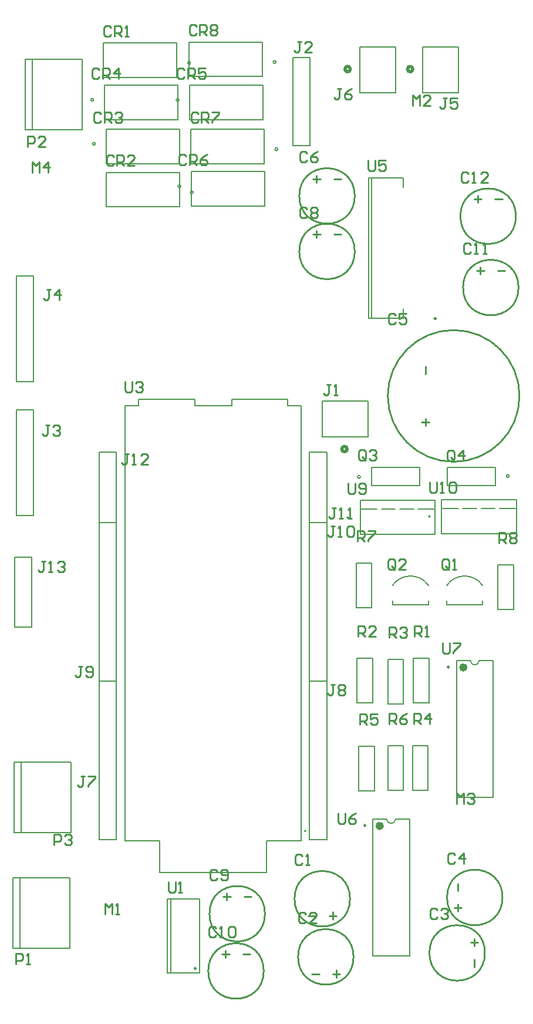
<source format=gbr>
%TF.GenerationSoftware,Altium Limited,Altium Designer,25.8.1 (18)*%
G04 Layer_Color=65535*
%FSLAX45Y45*%
%MOMM*%
%TF.SameCoordinates,412E6415-05C8-40E6-B22C-806341DFC968*%
%TF.FilePolarity,Positive*%
%TF.FileFunction,Legend,Top*%
%TF.Part,Single*%
G01*
G75*
%TA.AperFunction,NonConductor*%
%ADD15C,0.25400*%
%ADD42C,0.20000*%
%ADD43C,0.25000*%
%ADD44C,0.60000*%
%ADD45C,0.15240*%
%ADD46C,0.50800*%
%ADD47C,0.12700*%
D15*
X14081799Y9625600D02*
G03*
X14081799Y9625600I-950000J0D01*
G01*
X11705400Y12509500D02*
G03*
X11705400Y12509500I-400000J0D01*
G01*
X10392500Y1333500D02*
G03*
X10392500Y1333500I-400000J0D01*
G01*
X10410000Y2159000D02*
G03*
X10410000Y2159000I-400000J0D01*
G01*
X14067599Y11188700D02*
G03*
X14067599Y11188700I-400000J0D01*
G01*
X14029500Y12217400D02*
G03*
X14029500Y12217400I-400000J0D01*
G01*
X11705400Y11709400D02*
G03*
X11705400Y11709400I-400000J0D01*
G01*
X11687900Y1536700D02*
G03*
X11687900Y1536700I-400000J0D01*
G01*
X13582600Y1593800D02*
G03*
X13582600Y1593800I-400000J0D01*
G01*
X13836600Y2393900D02*
G03*
X13836600Y2393900I-400000J0D01*
G01*
X11637100Y2374900D02*
G03*
X11637100Y2374900I-400000J0D01*
G01*
X12671792Y9245600D02*
X12776792D01*
X12724292Y9193100D02*
Y9298100D01*
Y9943100D02*
Y10048100D01*
X11402900Y12754500D02*
X11507900D01*
X11102900D02*
X11207900D01*
X11155400Y12702000D02*
Y12807001D01*
X9842500Y1526000D02*
Y1631000D01*
X9790000Y1578500D02*
X9895000D01*
X10090000D02*
X10195000D01*
X9860000Y2351500D02*
Y2456500D01*
X9807500Y2404000D02*
X9912500D01*
X10107500D02*
X10212500D01*
X13517599Y11381200D02*
Y11486200D01*
X13465100Y11433700D02*
X13570100D01*
X13765100D02*
X13870100D01*
X13479500Y12409900D02*
Y12514900D01*
X13427000Y12462400D02*
X13532001D01*
X13727000D02*
X13832001D01*
X11155400Y11901900D02*
Y12006900D01*
X11102900Y11954400D02*
X11207900D01*
X11402900D02*
X11507900D01*
X11085400Y1291700D02*
X11190400D01*
X11385400D02*
X11490400D01*
X11437900Y1239200D02*
Y1344200D01*
X13427600Y1391300D02*
Y1496300D01*
Y1691300D02*
Y1796300D01*
X13375101Y1743800D02*
X13480099D01*
X13191600Y2491400D02*
Y2596400D01*
Y2191400D02*
Y2296400D01*
X13139101Y2243900D02*
X13244099D01*
X11387100Y2077400D02*
Y2182400D01*
X11334600Y2129900D02*
X11439600D01*
X11034600D02*
X11139600D01*
X8392160Y9829751D02*
Y9702792D01*
X8417552Y9677400D01*
X8468335D01*
X8493727Y9702792D01*
Y9829751D01*
X8544511Y9804359D02*
X8569903Y9829751D01*
X8620686D01*
X8646078Y9804359D01*
Y9778967D01*
X8620686Y9753575D01*
X8595294D01*
X8620686D01*
X8646078Y9728183D01*
Y9702792D01*
X8620686Y9677400D01*
X8569903D01*
X8544511Y9702792D01*
X7302508Y9207475D02*
X7251725D01*
X7277117D01*
Y9080517D01*
X7251725Y9055125D01*
X7226333D01*
X7200941Y9080517D01*
X7353292Y9182083D02*
X7378684Y9207475D01*
X7429467D01*
X7454859Y9182083D01*
Y9156692D01*
X7429467Y9131300D01*
X7404075D01*
X7429467D01*
X7454859Y9105908D01*
Y9080517D01*
X7429467Y9055125D01*
X7378684D01*
X7353292Y9080517D01*
X7239029Y7238975D02*
X7188245D01*
X7213637D01*
Y7112017D01*
X7188245Y7086625D01*
X7162854D01*
X7137462Y7112017D01*
X7289812Y7086625D02*
X7340596D01*
X7315204D01*
Y7238975D01*
X7289812Y7213583D01*
X7416771D02*
X7442163Y7238975D01*
X7492947D01*
X7518339Y7213583D01*
Y7188192D01*
X7492947Y7162800D01*
X7467555D01*
X7492947D01*
X7518339Y7137408D01*
Y7112017D01*
X7492947Y7086625D01*
X7442163D01*
X7416771Y7112017D01*
X12296107Y10792419D02*
X12270715Y10817811D01*
X12219932D01*
X12194540Y10792419D01*
Y10690852D01*
X12219932Y10665460D01*
X12270715D01*
X12296107Y10690852D01*
X12448458Y10817811D02*
X12346891D01*
Y10741635D01*
X12397674Y10767027D01*
X12423066D01*
X12448458Y10741635D01*
Y10690852D01*
X12423066Y10665460D01*
X12372283D01*
X12346891Y10690852D01*
X11899900Y13025072D02*
Y12898112D01*
X11925292Y12872720D01*
X11976075D01*
X12001467Y12898112D01*
Y13025072D01*
X12153818D02*
X12052251D01*
Y12948895D01*
X12103034Y12974287D01*
X12128426D01*
X12153818Y12948895D01*
Y12898112D01*
X12128426Y12872720D01*
X12077643D01*
X12052251Y12898112D01*
X12567920Y6154420D02*
Y6306771D01*
X12644095D01*
X12669487Y6281379D01*
Y6230595D01*
X12644095Y6205203D01*
X12567920D01*
X12618703D02*
X12669487Y6154420D01*
X12720271D02*
X12771054D01*
X12745663D01*
Y6306771D01*
X12720271Y6281379D01*
X11018487Y13124139D02*
X10993095Y13149532D01*
X10942312D01*
X10916920Y13124139D01*
Y13022572D01*
X10942312Y12997180D01*
X10993095D01*
X11018487Y13022572D01*
X11170838Y13149532D02*
X11120054Y13124139D01*
X11069271Y13073355D01*
Y13022572D01*
X11094663Y12997180D01*
X11145446D01*
X11170838Y13022572D01*
Y13047963D01*
X11145446Y13073355D01*
X11069271D01*
X11468141Y3606775D02*
Y3479817D01*
X11493533Y3454425D01*
X11544317D01*
X11569708Y3479817D01*
Y3606775D01*
X11722059D02*
X11671275Y3581383D01*
X11620492Y3530600D01*
Y3479817D01*
X11645884Y3454425D01*
X11696667D01*
X11722059Y3479817D01*
Y3505208D01*
X11696667Y3530600D01*
X11620492D01*
X9707847Y1948139D02*
X9682455Y1973531D01*
X9631672D01*
X9606280Y1948139D01*
Y1846572D01*
X9631672Y1821180D01*
X9682455D01*
X9707847Y1846572D01*
X9758631Y1821180D02*
X9809414D01*
X9784023D01*
Y1973531D01*
X9758631Y1948139D01*
X9885590D02*
X9910981Y1973531D01*
X9961765D01*
X9987157Y1948139D01*
Y1846572D01*
X9961765Y1821180D01*
X9910981D01*
X9885590Y1846572D01*
Y1948139D01*
X9723087Y2773639D02*
X9697695Y2799031D01*
X9646912D01*
X9621520Y2773639D01*
Y2672072D01*
X9646912Y2646680D01*
X9697695D01*
X9723087Y2672072D01*
X9773871D02*
X9799263Y2646680D01*
X9850046D01*
X9875438Y2672072D01*
Y2773639D01*
X9850046Y2799031D01*
X9799263D01*
X9773871Y2773639D01*
Y2748247D01*
X9799263Y2722855D01*
X9875438D01*
X13380687Y11803339D02*
X13355295Y11828731D01*
X13304512D01*
X13279120Y11803339D01*
Y11701772D01*
X13304512Y11676380D01*
X13355295D01*
X13380687Y11701772D01*
X13431471Y11676380D02*
X13482254D01*
X13456863D01*
Y11828731D01*
X13431471Y11803339D01*
X13558430Y11676380D02*
X13609213D01*
X13583821D01*
Y11828731D01*
X13558430Y11803339D01*
X13342587Y12832039D02*
X13317195Y12857431D01*
X13266412D01*
X13241020Y12832039D01*
Y12730472D01*
X13266412Y12705080D01*
X13317195D01*
X13342587Y12730472D01*
X13393372Y12705080D02*
X13444154D01*
X13418764D01*
Y12857431D01*
X13393372Y12832039D01*
X13621896Y12705080D02*
X13520329D01*
X13621896Y12806647D01*
Y12832039D01*
X13596506Y12857431D01*
X13545721D01*
X13520329Y12832039D01*
X12974319Y6068011D02*
Y5941052D01*
X12999712Y5915660D01*
X13050494D01*
X13075887Y5941052D01*
Y6068011D01*
X13126671D02*
X13228238D01*
Y6042619D01*
X13126671Y5941052D01*
Y5915660D01*
X12555220Y4897120D02*
Y5049471D01*
X12631395D01*
X12656787Y5024079D01*
Y4973295D01*
X12631395Y4947903D01*
X12555220D01*
X12606003D02*
X12656787Y4897120D01*
X12783746D02*
Y5049471D01*
X12707571Y4973295D01*
X12809138D01*
X11780520Y4884420D02*
Y5036771D01*
X11856695D01*
X11882087Y5011379D01*
Y4960595D01*
X11856695Y4935203D01*
X11780520D01*
X11831303D02*
X11882087Y4884420D01*
X12034438Y5036771D02*
X11932871D01*
Y4960595D01*
X11983654Y4985987D01*
X12009046D01*
X12034438Y4960595D01*
Y4909812D01*
X12009046Y4884420D01*
X11958263D01*
X11932871Y4909812D01*
X11755120Y6154420D02*
Y6306771D01*
X11831295D01*
X11856687Y6281379D01*
Y6230595D01*
X11831295Y6205203D01*
X11755120D01*
X11805903D02*
X11856687Y6154420D01*
X12009038D02*
X11907471D01*
X12009038Y6255987D01*
Y6281379D01*
X11983646Y6306771D01*
X11932863D01*
X11907471Y6281379D01*
X12199620Y6141720D02*
Y6294071D01*
X12275795D01*
X12301187Y6268679D01*
Y6217895D01*
X12275795Y6192503D01*
X12199620D01*
X12250403D02*
X12301187Y6141720D01*
X12351971Y6268679D02*
X12377363Y6294071D01*
X12428146D01*
X12453538Y6268679D01*
Y6243287D01*
X12428146Y6217895D01*
X12402754D01*
X12428146D01*
X12453538Y6192503D01*
Y6167112D01*
X12428146Y6141720D01*
X12377363D01*
X12351971Y6167112D01*
X11610340Y8366711D02*
Y8239752D01*
X11635732Y8214360D01*
X11686515D01*
X11711907Y8239752D01*
Y8366711D01*
X11762691Y8239752D02*
X11788083Y8214360D01*
X11838866D01*
X11864258Y8239752D01*
Y8341319D01*
X11838866Y8366711D01*
X11788083D01*
X11762691Y8341319D01*
Y8315927D01*
X11788083Y8290535D01*
X11864258D01*
X12199620Y4897120D02*
Y5049471D01*
X12275795D01*
X12301187Y5024079D01*
Y4973295D01*
X12275795Y4947903D01*
X12199620D01*
X12250403D02*
X12301187Y4897120D01*
X12453538Y5049471D02*
X12402754Y5024079D01*
X12351971Y4973295D01*
Y4922512D01*
X12377363Y4897120D01*
X12428146D01*
X12453538Y4922512D01*
Y4947903D01*
X12428146Y4973295D01*
X12351971D01*
X12786360Y8381951D02*
Y8254992D01*
X12811752Y8229600D01*
X12862535D01*
X12887927Y8254992D01*
Y8381951D01*
X12938712Y8229600D02*
X12989494D01*
X12964104D01*
Y8381951D01*
X12938712Y8356559D01*
X13065669D02*
X13091061Y8381951D01*
X13141846D01*
X13167236Y8356559D01*
Y8254992D01*
X13141846Y8229600D01*
X13091061D01*
X13065669Y8254992D01*
Y8356559D01*
X13065727Y7150092D02*
Y7251659D01*
X13040335Y7277051D01*
X12989552D01*
X12964160Y7251659D01*
Y7150092D01*
X12989552Y7124700D01*
X13040335D01*
X13014943Y7175483D02*
X13065727Y7124700D01*
X13040335D02*
X13065727Y7150092D01*
X13116512Y7124700D02*
X13167294D01*
X13141904D01*
Y7277051D01*
X13116512Y7251659D01*
X12283407Y7150092D02*
Y7251659D01*
X12258015Y7277051D01*
X12207232D01*
X12181840Y7251659D01*
Y7150092D01*
X12207232Y7124700D01*
X12258015D01*
X12232623Y7175483D02*
X12283407Y7124700D01*
X12258015D02*
X12283407Y7150092D01*
X12435758Y7124700D02*
X12334191D01*
X12435758Y7226267D01*
Y7251659D01*
X12410366Y7277051D01*
X12359583D01*
X12334191Y7251659D01*
X11866847Y8719812D02*
Y8821379D01*
X11841455Y8846771D01*
X11790672D01*
X11765280Y8821379D01*
Y8719812D01*
X11790672Y8694420D01*
X11841455D01*
X11816063Y8745203D02*
X11866847Y8694420D01*
X11841455D02*
X11866847Y8719812D01*
X11917631Y8821379D02*
X11943023Y8846771D01*
X11993806D01*
X12019198Y8821379D01*
Y8795987D01*
X11993806Y8770595D01*
X11968414D01*
X11993806D01*
X12019198Y8745203D01*
Y8719812D01*
X11993806Y8694420D01*
X11943023D01*
X11917631Y8719812D01*
X13141927Y8717272D02*
Y8818839D01*
X13116534Y8844231D01*
X13065752D01*
X13040359Y8818839D01*
Y8717272D01*
X13065752Y8691880D01*
X13116534D01*
X13091142Y8742663D02*
X13141927Y8691880D01*
X13116534D02*
X13141927Y8717272D01*
X13268886Y8691880D02*
Y8844231D01*
X13192711Y8768055D01*
X13294278D01*
X13787120Y7500620D02*
Y7652971D01*
X13863295D01*
X13888687Y7627579D01*
Y7576795D01*
X13863295Y7551403D01*
X13787120D01*
X13837903D02*
X13888687Y7500620D01*
X13939471Y7627579D02*
X13964864Y7652971D01*
X14015646D01*
X14041039Y7627579D01*
Y7602187D01*
X14015646Y7576795D01*
X14041039Y7551403D01*
Y7526012D01*
X14015646Y7500620D01*
X13964864D01*
X13939471Y7526012D01*
Y7551403D01*
X13964864Y7576795D01*
X13939471Y7602187D01*
Y7627579D01*
X13964864Y7576795D02*
X14015646D01*
X11742420Y7526020D02*
Y7678371D01*
X11818595D01*
X11843987Y7652979D01*
Y7602195D01*
X11818595Y7576803D01*
X11742420D01*
X11793203D02*
X11843987Y7526020D01*
X11894771Y7678371D02*
X11996338D01*
Y7652979D01*
X11894771Y7551412D01*
Y7526020D01*
X11018487Y12324039D02*
X10993095Y12349431D01*
X10942312D01*
X10916920Y12324039D01*
Y12222472D01*
X10942312Y12197080D01*
X10993095D01*
X11018487Y12222472D01*
X11069271Y12324039D02*
X11094663Y12349431D01*
X11145446D01*
X11170838Y12324039D01*
Y12298647D01*
X11145446Y12273255D01*
X11170838Y12247863D01*
Y12222472D01*
X11145446Y12197080D01*
X11094663D01*
X11069271Y12222472D01*
Y12247863D01*
X11094663Y12273255D01*
X11069271Y12298647D01*
Y12324039D01*
X11094663Y12273255D02*
X11145446D01*
X9248107Y14325558D02*
X9222715Y14350951D01*
X9171932D01*
X9146540Y14325558D01*
Y14223991D01*
X9171932Y14198599D01*
X9222715D01*
X9248107Y14223991D01*
X9298891Y14198599D02*
Y14350951D01*
X9375066D01*
X9400458Y14325558D01*
Y14274776D01*
X9375066Y14249384D01*
X9298891D01*
X9349674D02*
X9400458Y14198599D01*
X9552809Y14350951D02*
X9451241D01*
Y14274776D01*
X9502025Y14300166D01*
X9527417D01*
X9552809Y14274776D01*
Y14223991D01*
X9527417Y14198599D01*
X9476633D01*
X9451241Y14223991D01*
X9273507Y13080959D02*
X9248115Y13106351D01*
X9197332D01*
X9171940Y13080959D01*
Y12979391D01*
X9197332Y12953999D01*
X9248115D01*
X9273507Y12979391D01*
X9324291Y12953999D02*
Y13106351D01*
X9400466D01*
X9425858Y13080959D01*
Y13030174D01*
X9400466Y13004784D01*
X9324291D01*
X9375074D02*
X9425858Y12953999D01*
X9578209Y13106351D02*
X9527425Y13080959D01*
X9476641Y13030174D01*
Y12979391D01*
X9502033Y12953999D01*
X9552817D01*
X9578209Y12979391D01*
Y13004784D01*
X9552817Y13030174D01*
X9476641D01*
X9446227Y13690559D02*
X9420835Y13715952D01*
X9370052D01*
X9344660Y13690559D01*
Y13588992D01*
X9370052Y13563600D01*
X9420835D01*
X9446227Y13588992D01*
X9497011Y13563600D02*
Y13715952D01*
X9573186D01*
X9598578Y13690559D01*
Y13639775D01*
X9573186Y13614383D01*
X9497011D01*
X9547794D02*
X9598578Y13563600D01*
X9649361Y13715952D02*
X9750929D01*
Y13690559D01*
X9649361Y13588992D01*
Y13563600D01*
X9420827Y14950398D02*
X9395435Y14975790D01*
X9344652D01*
X9319260Y14950398D01*
Y14848833D01*
X9344652Y14823441D01*
X9395435D01*
X9420827Y14848833D01*
X9471611Y14823441D02*
Y14975790D01*
X9547786D01*
X9573178Y14950398D01*
Y14899615D01*
X9547786Y14874223D01*
X9471611D01*
X9522394D02*
X9573178Y14823441D01*
X9623961Y14950398D02*
X9649353Y14975790D01*
X9700137D01*
X9725529Y14950398D01*
Y14925008D01*
X9700137Y14899615D01*
X9725529Y14874223D01*
Y14848833D01*
X9700137Y14823441D01*
X9649353D01*
X9623961Y14848833D01*
Y14874223D01*
X9649353Y14899615D01*
X9623961Y14925008D01*
Y14950398D01*
X9649353Y14899615D02*
X9700137D01*
X7810508Y4140175D02*
X7759725D01*
X7785117D01*
Y4013217D01*
X7759725Y3987825D01*
X7734333D01*
X7708941Y4013217D01*
X7861292Y4140175D02*
X7962859D01*
Y4114783D01*
X7861292Y4013217D01*
Y3987825D01*
X11430021Y8013675D02*
X11379237D01*
X11404629D01*
Y7886717D01*
X11379237Y7861325D01*
X11353845D01*
X11328454Y7886717D01*
X11480804Y7861325D02*
X11531588D01*
X11506196D01*
Y8013675D01*
X11480804Y7988283D01*
X11607763Y7861325D02*
X11658547D01*
X11633155D01*
Y8013675D01*
X11607763Y7988283D01*
X9014460Y2616151D02*
Y2489192D01*
X9039852Y2463800D01*
X9090635D01*
X9116027Y2489192D01*
Y2616151D01*
X9166811Y2463800D02*
X9217594D01*
X9192203D01*
Y2616151D01*
X9166811Y2590759D01*
X11003247Y2151339D02*
X10977855Y2176731D01*
X10927072D01*
X10901680Y2151339D01*
Y2049772D01*
X10927072Y2024380D01*
X10977855D01*
X11003247Y2049772D01*
X11155598Y2024380D02*
X11054031D01*
X11155598Y2125947D01*
Y2151339D01*
X11130206Y2176731D01*
X11079423D01*
X11054031Y2151339D01*
X12898087Y2209759D02*
X12872694Y2235151D01*
X12821912D01*
X12796520Y2209759D01*
Y2108192D01*
X12821912Y2082800D01*
X12872694D01*
X12898087Y2108192D01*
X12948871Y2209759D02*
X12974263Y2235151D01*
X13025046D01*
X13050438Y2209759D01*
Y2184367D01*
X13025046Y2158975D01*
X12999654D01*
X13025046D01*
X13050438Y2133583D01*
Y2108192D01*
X13025046Y2082800D01*
X12974263D01*
X12948871Y2108192D01*
X8041607Y13690559D02*
X8016215Y13715952D01*
X7965432D01*
X7940040Y13690559D01*
Y13588992D01*
X7965432Y13563600D01*
X8016215D01*
X8041607Y13588992D01*
X8092391Y13563600D02*
Y13715952D01*
X8168566D01*
X8193958Y13690559D01*
Y13639775D01*
X8168566Y13614383D01*
X8092391D01*
X8143174D02*
X8193958Y13563600D01*
X8244741Y13690559D02*
X8270133Y13715952D01*
X8320917D01*
X8346309Y13690559D01*
Y13665167D01*
X8320917Y13639775D01*
X8295525D01*
X8320917D01*
X8346309Y13614383D01*
Y13588992D01*
X8320917Y13563600D01*
X8270133D01*
X8244741Y13588992D01*
X8016207Y14325558D02*
X7990815Y14350951D01*
X7940032D01*
X7914640Y14325558D01*
Y14223991D01*
X7940032Y14198599D01*
X7990815D01*
X8016207Y14223991D01*
X8066991Y14198599D02*
Y14350951D01*
X8143166D01*
X8168558Y14325558D01*
Y14274776D01*
X8143166Y14249384D01*
X8066991D01*
X8117774D02*
X8168558Y14198599D01*
X8295517D02*
Y14350951D01*
X8219341Y14274776D01*
X8320909D01*
X6985041Y13220724D02*
Y13373074D01*
X7061217D01*
X7086608Y13347684D01*
Y13296899D01*
X7061217Y13271507D01*
X6985041D01*
X7238959Y13220724D02*
X7137392D01*
X7238959Y13322292D01*
Y13347684D01*
X7213567Y13373074D01*
X7162784D01*
X7137392Y13347684D01*
X11353767Y9791651D02*
X11302983D01*
X11328375D01*
Y9664692D01*
X11302983Y9639300D01*
X11277592D01*
X11252200Y9664692D01*
X11404551Y9639300D02*
X11455334D01*
X11429943D01*
Y9791651D01*
X11404551Y9766259D01*
X10929587Y14737032D02*
X10878803D01*
X10904195D01*
Y14610072D01*
X10878803Y14584680D01*
X10853412D01*
X10828020Y14610072D01*
X11081938Y14584680D02*
X10980371D01*
X11081938Y14686247D01*
Y14711639D01*
X11056546Y14737032D01*
X11005763D01*
X10980371Y14711639D01*
X7772408Y5727675D02*
X7721625D01*
X7747017D01*
Y5600717D01*
X7721625Y5575325D01*
X7696233D01*
X7670841Y5600717D01*
X7823192D02*
X7848584Y5575325D01*
X7899367D01*
X7924759Y5600717D01*
Y5702283D01*
X7899367Y5727675D01*
X7848584D01*
X7823192Y5702283D01*
Y5676892D01*
X7848584Y5651500D01*
X7924759D01*
X8445529Y8788375D02*
X8394745D01*
X8420137D01*
Y8661417D01*
X8394745Y8636025D01*
X8369354D01*
X8343962Y8661417D01*
X8496312Y8636025D02*
X8547096D01*
X8521704D01*
Y8788375D01*
X8496312Y8762983D01*
X8724839Y8636025D02*
X8623271D01*
X8724839Y8737592D01*
Y8762983D01*
X8699447Y8788375D01*
X8648663D01*
X8623271Y8762983D01*
X7315208Y11163275D02*
X7264425D01*
X7289817D01*
Y11036317D01*
X7264425Y11010925D01*
X7239033D01*
X7213641Y11036317D01*
X7442167Y11010925D02*
Y11163275D01*
X7365992Y11087100D01*
X7467559D01*
X11417308Y5460975D02*
X11366525D01*
X11391917D01*
Y5334017D01*
X11366525Y5308625D01*
X11341133D01*
X11315741Y5334017D01*
X11468092Y5435583D02*
X11493484Y5460975D01*
X11544267D01*
X11569659Y5435583D01*
Y5410192D01*
X11544267Y5384800D01*
X11569659Y5359408D01*
Y5334017D01*
X11544267Y5308625D01*
X11493484D01*
X11468092Y5334017D01*
Y5359408D01*
X11493484Y5384800D01*
X11468092Y5410192D01*
Y5435583D01*
X11493484Y5384800D02*
X11544267D01*
X11417329Y7746975D02*
X11366545D01*
X11391937D01*
Y7620017D01*
X11366545Y7594625D01*
X11341154D01*
X11315762Y7620017D01*
X11468112Y7594625D02*
X11518896D01*
X11493504D01*
Y7746975D01*
X11468112Y7721583D01*
X11595071D02*
X11620463Y7746975D01*
X11671247D01*
X11696639Y7721583D01*
Y7620017D01*
X11671247Y7594625D01*
X11620463D01*
X11595071Y7620017D01*
Y7721583D01*
X13152087Y3009859D02*
X13126695Y3035251D01*
X13075912D01*
X13050520Y3009859D01*
Y2908292D01*
X13075912Y2882900D01*
X13126695D01*
X13152087Y2908292D01*
X13279047Y2882900D02*
Y3035251D01*
X13202872Y2959075D01*
X13304437D01*
X7053580Y12847321D02*
Y12999670D01*
X7104363Y12948888D01*
X7155147Y12999670D01*
Y12847321D01*
X7282106D02*
Y12999670D01*
X7205931Y12923495D01*
X7307498D01*
X13174980Y3741420D02*
Y3893771D01*
X13225763Y3842987D01*
X13276547Y3893771D01*
Y3741420D01*
X13327332Y3868379D02*
X13352724Y3893771D01*
X13403506D01*
X13428899Y3868379D01*
Y3842987D01*
X13403506Y3817595D01*
X13378114D01*
X13403506D01*
X13428899Y3792203D01*
Y3766812D01*
X13403506Y3741420D01*
X13352724D01*
X13327332Y3766812D01*
X12539980Y13812520D02*
Y13964871D01*
X12590763Y13914087D01*
X12641547Y13964871D01*
Y13812520D01*
X12793898D02*
X12692331D01*
X12793898Y13914087D01*
Y13939479D01*
X12768506Y13964871D01*
X12717723D01*
X12692331Y13939479D01*
X8107680Y2153920D02*
Y2306271D01*
X8158463Y2255487D01*
X8209247Y2306271D01*
Y2153920D01*
X8260031D02*
X8310814D01*
X8285423D01*
Y2306271D01*
X8260031Y2280879D01*
X7366041Y3149625D02*
Y3301975D01*
X7442217D01*
X7467608Y3276583D01*
Y3225800D01*
X7442217Y3200408D01*
X7366041D01*
X7518392Y3276583D02*
X7543784Y3301975D01*
X7594567D01*
X7619959Y3276583D01*
Y3251192D01*
X7594567Y3225800D01*
X7569175D01*
X7594567D01*
X7619959Y3200408D01*
Y3175017D01*
X7594567Y3149625D01*
X7543784D01*
X7518392Y3175017D01*
X6819933Y1435125D02*
Y1587475D01*
X6896108D01*
X6921500Y1562083D01*
Y1511300D01*
X6896108Y1485908D01*
X6819933D01*
X6972284Y1435125D02*
X7023067D01*
X6997676D01*
Y1587475D01*
X6972284Y1562083D01*
X11506208Y14058875D02*
X11455425D01*
X11480817D01*
Y13931917D01*
X11455425Y13906525D01*
X11430033D01*
X11404641Y13931917D01*
X11658559Y14058875D02*
X11607775Y14033482D01*
X11556992Y13982700D01*
Y13931917D01*
X11582384Y13906525D01*
X11633167D01*
X11658559Y13931917D01*
Y13957307D01*
X11633167Y13982700D01*
X11556992D01*
X13030208Y13919176D02*
X12979425D01*
X13004817D01*
Y13792216D01*
X12979425Y13766824D01*
X12954033D01*
X12928641Y13792216D01*
X13182559Y13919176D02*
X13080992D01*
Y13842999D01*
X13131775Y13868391D01*
X13157167D01*
X13182559Y13842999D01*
Y13792216D01*
X13157167Y13766824D01*
X13106384D01*
X13080992Y13792216D01*
X8227027Y13070799D02*
X8201635Y13096191D01*
X8150852D01*
X8125460Y13070799D01*
Y12969232D01*
X8150852Y12943840D01*
X8201635D01*
X8227027Y12969232D01*
X8277811Y12943840D02*
Y13096191D01*
X8353986D01*
X8379378Y13070799D01*
Y13020015D01*
X8353986Y12994623D01*
X8277811D01*
X8328594D02*
X8379378Y12943840D01*
X8531729D02*
X8430161D01*
X8531729Y13045407D01*
Y13070799D01*
X8506337Y13096191D01*
X8455553D01*
X8430161Y13070799D01*
X8188927Y14935159D02*
X8163535Y14960551D01*
X8112752D01*
X8087360Y14935159D01*
Y14833592D01*
X8112752Y14808200D01*
X8163535D01*
X8188927Y14833592D01*
X8239711Y14808200D02*
Y14960551D01*
X8315886D01*
X8341278Y14935159D01*
Y14884375D01*
X8315886Y14858983D01*
X8239711D01*
X8290494D02*
X8341278Y14808200D01*
X8392061D02*
X8442845D01*
X8417453D01*
Y14960551D01*
X8392061Y14935159D01*
X10952447Y2989539D02*
X10927055Y3014931D01*
X10876272D01*
X10850880Y2989539D01*
Y2887972D01*
X10876272Y2862580D01*
X10927055D01*
X10952447Y2887972D01*
X11003231Y2862580D02*
X11054014D01*
X11028623D01*
Y3014931D01*
X11003231Y2989539D01*
D42*
X10999700Y3352800D02*
G03*
X10999700Y3352800I-10000J0D01*
G01*
X12166600Y3525000D02*
G03*
X12293600Y3525000I63500J0D01*
G01*
X13373100Y5811000D02*
G03*
X13500101Y5811000I63500J0D01*
G01*
X13550200Y6891800D02*
G03*
X13030200Y6891800I-260000J-177835D01*
G01*
X12769500Y6891900D02*
G03*
X12249500Y6891900I-260000J-177835D01*
G01*
X11952100Y10750200D02*
Y12770200D01*
X11902100Y10750200D02*
Y12770200D01*
X12402100Y12637200D02*
Y12770200D01*
Y10750200D02*
Y10883200D01*
X11902100Y12770200D02*
X12402100D01*
X11902100Y10750200D02*
X12402100D01*
X11965100Y1555000D02*
X12495100D01*
X12293600Y3525000D02*
X12495100D01*
X11965100D02*
X12166600D01*
X12495100Y1555000D02*
Y3525000D01*
X11965100Y1555000D02*
Y3525000D01*
X13171600Y3841000D02*
X13701601D01*
X13500101Y5811000D02*
X13701601D01*
X13171600D02*
X13373100D01*
X13701601Y3841000D02*
Y5811000D01*
X13171600Y3841000D02*
Y5811000D01*
X13030200Y6610300D02*
X13550200D01*
Y6671800D01*
X13030200Y6610300D02*
Y6671800D01*
X12249500Y6610400D02*
X12769500D01*
Y6671900D01*
X12249500Y6610400D02*
Y6671900D01*
X8998700Y2376500D02*
X9468700D01*
X8998700Y1306500D02*
X9468700D01*
Y2376500D01*
X8998700Y1306500D02*
Y2376500D01*
X9048700Y1306500D02*
Y2376500D01*
D43*
X12877600Y10741200D02*
G03*
X12877600Y10741200I-12500J0D01*
G01*
X11861600Y3432000D02*
G03*
X11861600Y3432000I-12500J0D01*
G01*
X13068100Y5718000D02*
G03*
X13068100Y5718000I-12500J0D01*
G01*
X9416200Y1371500D02*
G03*
X9416200Y1371500I-12500J0D01*
G01*
D44*
X12095100Y3425000D02*
G03*
X12095100Y3425000I-30000J0D01*
G01*
X13301601Y5711000D02*
G03*
X13301601Y5711000I-30000J0D01*
G01*
D45*
X11618120Y7874000D02*
G03*
X11618120Y7874000I-12700J0D01*
G01*
X12793820Y7886700D02*
G03*
X12793820Y7886700I-12700J0D01*
G01*
X11786870Y8458200D02*
G03*
X11786870Y8458200I-20320J0D01*
G01*
X13933170Y8470900D02*
G03*
X13933170Y8470900I-20320J0D01*
G01*
X9169400Y13893800D02*
G03*
X9169400Y13893800I-20320J0D01*
G01*
X9194800Y12649200D02*
G03*
X9194800Y12649200I-20320J0D01*
G01*
X10594340Y13182600D02*
G03*
X10594340Y13182600I-20320J0D01*
G01*
X10568940Y14439900D02*
G03*
X10568940Y14439900I-20320J0D01*
G01*
X7962900Y13258800D02*
G03*
X7962900Y13258800I-20320J0D01*
G01*
X7937500Y13893800D02*
G03*
X7937500Y13893800I-20320J0D01*
G01*
X9375140Y12560300D02*
G03*
X9375140Y12560300I-20320J0D01*
G01*
X9337040Y14427200D02*
G03*
X9337040Y14427200I-20320J0D01*
G01*
X11795920Y7992110D02*
X12026451D01*
X11783220Y7628890D02*
X12860181D01*
Y8119110D01*
X11783220D02*
X12860181D01*
X11783220Y7628890D02*
Y8119110D01*
X12088949Y7992110D02*
X12290451D01*
X12352949D02*
X12554451D01*
X12616949D02*
X12847479D01*
X12971620Y8004810D02*
X13202151D01*
X12958920Y7641590D02*
X14035880D01*
Y8131810D01*
X12958920D02*
X14035880D01*
X12958920Y7641590D02*
Y8131810D01*
X13264648Y8004810D02*
X13466151D01*
X13528648D02*
X13730151D01*
X13792648D02*
X14023180D01*
X11944350Y8334500D02*
X12642850D01*
Y8597900D01*
X11944350D02*
X12642850D01*
X11944350Y8334500D02*
Y8597900D01*
X13036549Y8594600D02*
X13735049D01*
X13036549Y8331200D02*
Y8594600D01*
Y8331200D02*
X13735049D01*
Y8594600D01*
X9326880Y13608051D02*
Y14103349D01*
X10383520D01*
Y13608051D02*
Y14103349D01*
X9326880Y13608051D02*
X10383520D01*
X9352280Y12363450D02*
Y12858749D01*
X10408920D01*
Y12363450D02*
Y12858749D01*
X9352280Y12363450D02*
X10408920D01*
X10396220Y12973050D02*
Y13468350D01*
X9339580Y12973050D02*
X10396220D01*
X9339580D02*
Y13468350D01*
X10396220D01*
X10370820Y14230350D02*
Y14725650D01*
X9314180Y14230350D02*
X10370820D01*
X9314180D02*
Y14725650D01*
X10370820D01*
X8120380Y12973050D02*
X9177020D01*
Y13468350D01*
X8120380D02*
X9177020D01*
X8120380Y12973050D02*
Y13468350D01*
X8094980Y13608051D02*
X9151620D01*
Y14103349D01*
X8094980D02*
X9151620D01*
X8094980Y13608051D02*
Y14103349D01*
X11894820Y9037320D02*
Y9555480D01*
X11234420D02*
X11894820D01*
X11234420Y9037320D02*
Y9555480D01*
Y9037320D02*
X11894820D01*
X12682220Y14000481D02*
X13200380D01*
Y14660880D01*
X12682220D02*
X13200380D01*
X12682220Y14000481D02*
Y14660880D01*
X11780520Y14000481D02*
X12298680D01*
Y14660880D01*
X11780520D02*
X12298680D01*
X11780520Y14000481D02*
Y14660880D01*
X9177020Y12350750D02*
Y12846049D01*
X8120380Y12350750D02*
X9177020D01*
X8120380D02*
Y12846049D01*
X9177020D01*
X9138920Y14217650D02*
Y14712950D01*
X8082280Y14217650D02*
X9138920D01*
X8082280D02*
Y14712950D01*
X9138920D01*
D46*
X11557000Y8821420D02*
G03*
X11557000Y8897620I0J38100D01*
G01*
D02*
G03*
X11557000Y8821420I0J-38100D01*
G01*
X12466320Y14338300D02*
G03*
X12542520Y14338300I38100J0D01*
G01*
D02*
G03*
X12466320Y14338300I-38100J0D01*
G01*
X11564620D02*
G03*
X11640820Y14338300I38100J0D01*
G01*
D02*
G03*
X11564620Y14338300I-38100J0D01*
G01*
D47*
X8894700Y2749500D02*
Y3212800D01*
Y2749500D02*
X10434700D01*
Y3212800D01*
X8589700Y9486800D02*
Y9573800D01*
X9399700D01*
Y9486800D02*
Y9573800D01*
X9929700Y9486800D02*
Y9573800D01*
X10739700D01*
Y9486800D02*
Y9573800D01*
X10934700Y3212800D02*
Y9486800D01*
X10739700D02*
X10934700D01*
X9399700D02*
X9929700D01*
X8394700D02*
X8589700D01*
X8394700Y3212800D02*
Y9486800D01*
Y3212800D02*
X8894700D01*
X10434700D02*
X10934700D01*
X6821900Y7901400D02*
Y9421400D01*
X7071900Y7901400D02*
Y9421400D01*
X6821900Y7901400D02*
X7071900D01*
X6821900Y9421400D02*
X7071900D01*
X6796500Y7300500D02*
X7046500D01*
Y6288500D02*
Y7300500D01*
X6796500Y6288500D02*
Y7300500D01*
Y6288500D02*
X7046500D01*
X12549400Y5841500D02*
X12774400D01*
X12549400Y5196500D02*
Y5841500D01*
Y5196500D02*
X12774400D01*
Y5841500D01*
X12536700Y3937500D02*
X12761700D01*
Y4582500D01*
X12536700D02*
X12761700D01*
X12536700Y3937500D02*
Y4582500D01*
X11762000Y4571500D02*
X11987000D01*
X11762000Y3926500D02*
Y4571500D01*
Y3926500D02*
X11987000D01*
Y4571500D01*
X11736600Y5841500D02*
X11961600D01*
X11736600Y5196500D02*
Y5841500D01*
Y5196500D02*
X11961600D01*
Y5841500D01*
X12181100Y5182100D02*
X12406100D01*
Y5827100D01*
X12181100D02*
X12406100D01*
X12181100Y5182100D02*
Y5827100D01*
Y3937500D02*
X12406100D01*
Y4582500D01*
X12181100D02*
X12406100D01*
X12181100Y3937500D02*
Y4582500D01*
X13768600Y6542700D02*
X13993600D01*
Y7187700D01*
X13768600D02*
X13993600D01*
X13768600Y6542700D02*
Y7187700D01*
X11723900Y6568100D02*
X11948900D01*
Y7213100D01*
X11723900D02*
X11948900D01*
X11723900Y6568100D02*
Y7213100D01*
X11051000Y7799800D02*
X11301000D01*
X11051000D02*
Y8811800D01*
X11301000Y7799800D02*
Y8811800D01*
X11051000D02*
X11301000D01*
X8265700Y3227800D02*
Y5509800D01*
X8015700Y3227800D02*
Y5509800D01*
X8265700D01*
X8015700Y3227800D02*
X8265700D01*
X7056000Y13462000D02*
Y14478000D01*
X7776000D01*
X6956000D02*
X7056000D01*
X6956000Y13462000D02*
Y14478000D01*
Y13462000D02*
X7056000D01*
X7776000D01*
Y14478000D01*
X10809700Y13235400D02*
X11059700D01*
Y14501401D01*
X10809700Y13235400D02*
Y14497900D01*
X10813200Y14501401D01*
X11059700D01*
X8015700Y5513800D02*
X8265700D01*
X8015700Y7795800D02*
X8265700D01*
X8015700Y5513800D02*
Y7795800D01*
X8265700Y5513800D02*
Y7795800D01*
X8015700Y8811800D02*
X8265700D01*
Y7799800D02*
Y8811800D01*
X8015700Y7799800D02*
Y8811800D01*
Y7799800D02*
X8265700D01*
X6821900Y11351800D02*
X7071900D01*
X6821900Y9831800D02*
X7071900D01*
Y11351800D01*
X6821900Y9831800D02*
Y11351800D01*
X11051000Y3227800D02*
X11301000D01*
X11051000Y5509800D02*
X11301000D01*
X11051000Y3227800D02*
Y5509800D01*
X11301000Y3227800D02*
Y5509800D01*
X11051000Y5513800D02*
X11301000D01*
X11051000Y7795800D02*
X11301000D01*
X11051000Y5513800D02*
Y7795800D01*
X11301000Y5513800D02*
Y7795800D01*
X7598200Y1663700D02*
Y2679700D01*
X6878200Y1663700D02*
X7598200D01*
X6778200D02*
X6878200D01*
X6778200D02*
Y2679700D01*
X6878200D01*
X7598200D01*
X6878200Y1663700D02*
Y2679700D01*
X7610900Y3327400D02*
Y4343400D01*
X6890900Y3327400D02*
X7610900D01*
X6790900D02*
X6890900D01*
X6790900D02*
Y4343400D01*
X6890900D01*
X7610900D01*
X6890900Y3327400D02*
Y4343400D01*
%TF.MD5,248d92dc31380a7cd8fae5813161ba82*%
M02*

</source>
